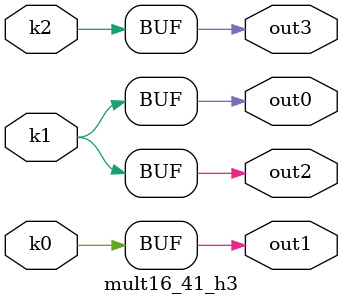
<source format=v>
module mult16_41(pi00, pi01, pi02, pi03, pi04, pi05, pi06, pi07, pi08, pi09, pi10, po0, po1, po2, po3);
input pi00, pi01, pi02, pi03, pi04, pi05, pi06, pi07, pi08, pi09, pi10;
output po0, po1, po2, po3;
wire k0, k1, k2;
mult16_41_w3 DUT1 (pi00, pi01, pi02, pi03, pi04, pi05, pi06, pi07, pi08, pi09, pi10, k0, k1, k2);
mult16_41_h3 DUT2 (k0, k1, k2, po0, po1, po2, po3);
endmodule

module mult16_41_w3(in10, in9, in8, in7, in6, in5, in4, in3, in2, in1, in0, k2, k1, k0);
input in10, in9, in8, in7, in6, in5, in4, in3, in2, in1, in0;
output k2, k1, k0;
assign k0 =   in0 ? (((~in2 ^ in1) & (((in4 ^ in3) & (in5 ? (in10 | in9 | ~in8 | ~in7 | ~in6) : (in8 | (~in10 & ~in9) | in7 | in6))) | (~in4 & ~in3 & (((in10 | in9) & (~in8 | ~in7 | ~in6 | ~in5)) | (~in8 & (~in7 | ~in6 | ~in5)) | (~in7 & (~in6 | ~in5)) | (~in6 & ~in5))) | (in4 & in3 & ((~in10 & ~in9 & (in6 | in5 | in8 | in7)) | (in8 & (in7 | in6 | in5)) | (in6 & in5) | (in7 & (in6 | in5)))))) | (in2 & ~in1 & (((in10 | in9) & ((~in8 & ((~in7 & (~in6 | ~in5 | in4 | in3)) | (~in6 & (~in5 | in4 | in3)) | (~in5 & (in4 | in3)) | (in4 & in3))) | (~in7 & ((~in6 & (~in5 | in4 | in3)) | (~in5 & (in4 | in3)) | (in4 & in3))) | (~in6 & ((~in5 & (in4 | in3)) | (in4 & in3))) | (~in5 & in4 & in3))) | (~in8 & ((~in7 & ((~in6 & (~in5 | in4 | in3)) | (~in5 & (in4 | in3)) | (in4 & in3))) | (~in6 & ((~in5 & (in4 | in3)) | (in4 & in3))) | (~in5 & in4 & in3))) | (~in7 & ((~in6 & ((~in5 & (in4 | in3)) | (in4 & in3))) | (~in5 & in4 & in3))) | (~in6 & ~in5 & in4 & in3))) | (~in2 & in1 & ((~in10 & ~in9 & ((in8 & ((in7 & (in6 | in5 | ~in4 | ~in3)) | (in6 & (in5 | ~in4 | ~in3)) | (~in4 & ~in3) | (in5 & (~in4 | ~in3)))) | (in7 & ((in6 & (in5 | ~in4 | ~in3)) | (~in4 & ~in3) | (in5 & (~in4 | ~in3)))) | (in5 & ~in4 & ~in3) | (in6 & ((~in4 & ~in3) | (in5 & (~in4 | ~in3)))))) | (in8 & ((in7 & ((in6 & (in5 | ~in4 | ~in3)) | (~in4 & ~in3) | (in5 & (~in4 | ~in3)))) | (in5 & ~in4 & ~in3) | (in6 & ((~in4 & ~in3) | (in5 & (~in4 | ~in3)))))) | (in6 & in5 & ~in4 & ~in3) | (in7 & ((in5 & ~in4 & ~in3) | (in6 & ((~in4 & ~in3) | (in5 & (~in4 | ~in3))))))))) : (((~in2 | in1) & (((in10 | in9) & ((~in8 & ((~in7 & ((~in6 & ((~in5 & (in4 | in3)) | (in4 & in3))) | (~in5 & in4 & in3))) | (~in6 & ~in5 & in4 & in3))) | (~in7 & ~in6 & ~in5 & in4 & in3))) | (~in5 & in4 & in3 & ~in8 & ~in7 & ~in6))) | (~in2 & in1 & (((in10 | in9) & ((~in8 & ((~in7 & (~in6 | ~in5 | in4 | in3)) | (~in6 & (~in5 | in4 | in3)) | (~in5 & (in4 | in3)) | (in4 & in3))) | (~in7 & ((~in6 & (~in5 | in4 | in3)) | (~in5 & (in4 | in3)) | (in4 & in3))) | (~in6 & ((~in5 & (in4 | in3)) | (in4 & in3))) | (~in5 & in4 & in3))) | (~in8 & ((~in7 & ((~in6 & (~in5 | in4 | in3)) | (~in5 & (in4 | in3)) | (in4 & in3))) | (~in6 & ((~in5 & (in4 | in3)) | (in4 & in3))) | (~in5 & in4 & in3))) | (~in7 & ((~in6 & ((~in5 & (in4 | in3)) | (in4 & in3))) | (~in5 & in4 & in3))) | (~in6 & ~in5 & in4 & in3))) | ((in2 | ~in1) & ((~in10 & ~in9 & ((in8 & ((in6 & in5 & ~in4 & ~in3) | (in7 & ((in5 & ~in4 & ~in3) | (in6 & ((~in4 & ~in3) | (in5 & (~in4 | ~in3)))))))) | (in7 & in6 & in5 & ~in4 & ~in3))) | (in8 & in7 & in6 & in5 & ~in4 & ~in3))) | (in2 & ~in1 & ((~in10 & ~in9 & ((in8 & ((in7 & (in6 | in5 | ~in4 | ~in3)) | (in6 & (in5 | ~in4 | ~in3)) | (~in4 & ~in3) | (in5 & (~in4 | ~in3)))) | (in7 & ((in6 & (in5 | ~in4 | ~in3)) | (~in4 & ~in3) | (in5 & (~in4 | ~in3)))) | (in5 & ~in4 & ~in3) | (in6 & ((~in4 & ~in3) | (in5 & (~in4 | ~in3)))))) | (in8 & ((in7 & ((in6 & (in5 | ~in4 | ~in3)) | (~in4 & ~in3) | (in5 & (~in4 | ~in3)))) | (in5 & ~in4 & ~in3) | (in6 & ((~in4 & ~in3) | (in5 & (~in4 | ~in3)))))) | (in6 & in5 & ~in4 & ~in3) | (in7 & ((in5 & ~in4 & ~in3) | (in6 & ((~in4 & ~in3) | (in5 & (~in4 | ~in3)))))))));
assign k1 =   ((in2 ^ in1) & (((in4 ^ in3) & (((in8 | (~in10 & ~in9)) & (in7 ? (in6 ^ in5) : (in6 & in5))) | (~in10 & ~in9 & in8 & (in5 ? ~in6 : (in7 | in6))) | (in7 & in6 & in5 & (in10 | in9 | ~in8)))) | (~in4 & ~in3 & (((in6 ^ in5) & (in7 ? (in10 | in9 | ~in8) : (in8 | (~in10 & ~in9)))) | (in6 & in5 & (((in10 | in9) & (~in8 | ~in7)) | (~in8 & ~in7))) | (~in6 & ~in5 & ((in8 & in7) | (~in10 & ~in9 & (in8 | in7)))))) | (in4 & ((in3 & (((in10 | in9) & ((~in8 & ((~in7 & (~in6 | ~in5)) | (~in6 & ~in5))) | (~in7 & ~in6 & ~in5))) | (~in10 & ~in9 & ((in8 & ((in6 & in5) | (in7 & (in6 | in5)))) | (in7 & in6 & in5))) | (in6 & in5 & in8 & in7) | (~in8 & ~in7 & ~in6 & ~in5))) | (~in8 & ~in7 & ~in6 & ~in5 & (in10 | in9)))) | (~in8 & ~in7 & ~in6 & ~in5 & in3 & (in10 | in9)))) | ((~in2 ^ in1) & (((in4 ^ in3) & (((in10 | in9 | ~in8) & (in7 ? (~in6 & ~in5) : (in6 ^ in5))) | (~in8 & (in10 | in9) & (in5 ? (~in7 | ~in6) : in6)) | (~in7 & ~in6 & ~in5 & (in8 | (~in10 & ~in9))))) | (in4 & in3 & (((in6 ^ in5) & (in7 ? (in10 | in9 | ~in8) : (in8 | (~in10 & ~in9)))) | (in6 & in5 & (((in10 | in9) & (~in8 | ~in7)) | (~in8 & ~in7))) | (~in6 & ~in5 & ((in8 & in7) | (~in10 & ~in9 & (in8 | in7)))))) | (~in4 & ((~in3 & (((in10 | in9) & ((~in8 & ((~in7 & (~in6 | ~in5)) | (~in6 & ~in5))) | (~in7 & ~in6 & ~in5))) | (~in10 & ~in9 & ((in8 & ((in6 & in5) | (in7 & (in6 | in5)))) | (in7 & in6 & in5))) | (in6 & in5 & in8 & in7) | (~in8 & ~in7 & ~in6 & ~in5))) | (~in10 & ~in9 & in8 & in7 & in6 & in5))) | (~in10 & ~in9 & in8 & in7 & in6 & in5 & ~in3)));
assign k2 =   ((in4 ^ in3) & (((~in6 ^ in5) & (((~in8 ^ in7) & (in10 | in9)) | (~in10 & ~in9 & (in8 ^ in7)))) | ((in6 ^ in5) & (((in10 | in9) & (in8 ^ in7)) | (~in10 & ~in9 & (~in8 ^ in7)))))) | ((~in4 ^ in3) & (((((~in8 ^ in7) & (in10 | in9)) | (~in10 & ~in9 & (in8 ^ in7))) & (in6 ^ in5)) | ((~in6 ^ in5) & (((in10 | in9) & (in8 ^ in7)) | (~in10 & ~in9 & (~in8 ^ in7))))));
endmodule

module mult16_41_h3(k2, k1, k0, out3, out2, out1, out0);
input k2, k1, k0;
output out3, out2, out1, out0;
assign out0 = k1;
assign out1 = k0;
assign out2 = k1;
assign out3 = k2;
endmodule

</source>
